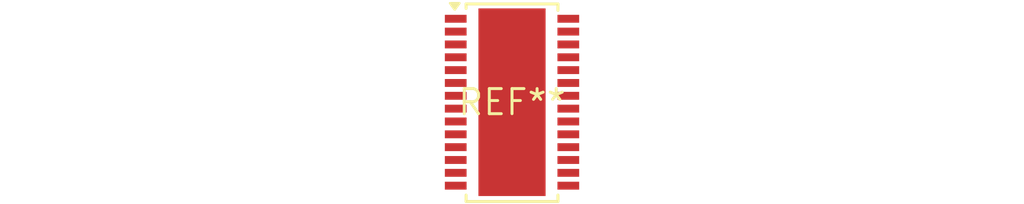
<source format=kicad_pcb>
(kicad_pcb (version 20240108) (generator pcbnew)
  (layers (0 "F.Cu" signal) (31 "B.Cu" signal) (34 "B.Paste" user) (35 "F.Paste" user) (36 "B.SilkS" user "B.Silkscreen") (37 "F.SilkS" user "F.Silkscreen") (38 "B.Mask" user) (39 "F.Mask" user) (44 "Edge.Cuts" user))
  (net 0 "")
  (footprint "HTSSOP-28-1EP_4.4x9.7mm_P0.65mm_EP3.4x9.5mm" (layer "F.Cu") (at 0 0)
    (property "Reference" "REF**")
    (property "Value" "HTSSOP-28-1EP_4.4x9.7mm_P0.65mm_EP3.4x9.5mm")
    (fp_line (start -2.325 -4.975) (end -2.325 -4.75) (layer "F.SilkS") (stroke (width 0.15)))
    (fp_line (start -2.325 -4.975) (end 2.325 -4.975) (layer "F.SilkS") (stroke (width 0.15)))
    (fp_line (start -2.325 5.0258) (end -2.325 4.7008) (layer "F.SilkS") (stroke (width 0.15)))
    (fp_line (start -2.325 5.0258) (end 2.325 5.0258) (layer "F.SilkS") (stroke (width 0.15)))
    (fp_line (start 2.325 -4.975) (end 2.325 -4.65) (layer "F.SilkS") (stroke (width 0.15)))
    (fp_line (start 2.325 5.0258) (end 2.325 4.7008) (layer "F.SilkS") (stroke (width 0.15)))
    (fp_poly (pts (xy -2.9 -4.685) (xy -3.14 -5.015) (xy -2.66 -5.015) (xy -2.9 -4.685)) (layer "F.SilkS") (stroke (width 0.12)) (fill solid))
    (pad "1" smd rect (at -2.85 -4.225) (size 1.1 0.4) (layers "F.Cu" "F.Paste" "F.Mask"))
    (pad "2" smd rect (at -2.85 -3.575) (size 1.1 0.4) (layers "F.Cu" "F.Paste" "F.Mask"))
    (pad "3" smd rect (at -2.85 -2.925) (size 1.1 0.4) (layers "F.Cu" "F.Paste" "F.Mask"))
    (pad "4" smd rect (at -2.85 -2.275) (size 1.1 0.4) (layers "F.Cu" "F.Paste" "F.Mask"))
    (pad "5" smd rect (at -2.85 -1.625) (size 1.1 0.4) (layers "F.Cu" "F.Paste" "F.Mask"))
    (pad "6" smd rect (at -2.85 -0.975) (size 1.1 0.4) (layers "F.Cu" "F.Paste" "F.Mask"))
    (pad "7" smd rect (at -2.85 -0.325) (size 1.1 0.4) (layers "F.Cu" "F.Paste" "F.Mask"))
    (pad "8" smd rect (at -2.85 0.325) (size 1.1 0.4) (layers "F.Cu" "F.Paste" "F.Mask"))
    (pad "9" smd rect (at -2.85 0.975) (size 1.1 0.4) (layers "F.Cu" "F.Paste" "F.Mask"))
    (pad "10" smd rect (at -2.85 1.625) (size 1.1 0.4) (layers "F.Cu" "F.Paste" "F.Mask"))
    (pad "11" smd rect (at -2.85 2.275) (size 1.1 0.4) (layers "F.Cu" "F.Paste" "F.Mask"))
    (pad "12" smd rect (at -2.85 2.925) (size 1.1 0.4) (layers "F.Cu" "F.Paste" "F.Mask"))
    (pad "13" smd rect (at -2.85 3.575) (size 1.1 0.4) (layers "F.Cu" "F.Paste" "F.Mask"))
    (pad "14" smd rect (at -2.85 4.225) (size 1.1 0.4) (layers "F.Cu" "F.Paste" "F.Mask"))
    (pad "15" smd rect (at 2.85 4.225) (size 1.1 0.4) (layers "F.Cu" "F.Paste" "F.Mask"))
    (pad "16" smd rect (at 2.85 3.575) (size 1.1 0.4) (layers "F.Cu" "F.Paste" "F.Mask"))
    (pad "17" smd rect (at 2.85 2.925) (size 1.1 0.4) (layers "F.Cu" "F.Paste" "F.Mask"))
    (pad "18" smd rect (at 2.85 2.275) (size 1.1 0.4) (layers "F.Cu" "F.Paste" "F.Mask"))
    (pad "19" smd rect (at 2.85 1.625) (size 1.1 0.4) (layers "F.Cu" "F.Paste" "F.Mask"))
    (pad "20" smd rect (at 2.85 0.975) (size 1.1 0.4) (layers "F.Cu" "F.Paste" "F.Mask"))
    (pad "21" smd rect (at 2.85 0.325) (size 1.1 0.4) (layers "F.Cu" "F.Paste" "F.Mask"))
    (pad "22" smd rect (at 2.85 -0.325) (size 1.1 0.4) (layers "F.Cu" "F.Paste" "F.Mask"))
    (pad "23" smd rect (at 2.85 -0.975) (size 1.1 0.4) (layers "F.Cu" "F.Paste" "F.Mask"))
    (pad "24" smd rect (at 2.85 -1.625) (size 1.1 0.4) (layers "F.Cu" "F.Paste" "F.Mask"))
    (pad "25" smd rect (at 2.85 -2.275) (size 1.1 0.4) (layers "F.Cu" "F.Paste" "F.Mask"))
    (pad "26" smd rect (at 2.85 -2.925) (size 1.1 0.4) (layers "F.Cu" "F.Paste" "F.Mask"))
    (pad "27" smd rect (at 2.85 -3.575) (size 1.1 0.4) (layers "F.Cu" "F.Paste" "F.Mask"))
    (pad "28" smd rect (at 2.85 -4.225) (size 1.1 0.4) (layers "F.Cu" "F.Paste" "F.Mask"))
    (pad "29" smd rect (at 0 0) (size 3.4 9.5) (layers "F.Cu" "F.Mask"))
  )
)
</source>
